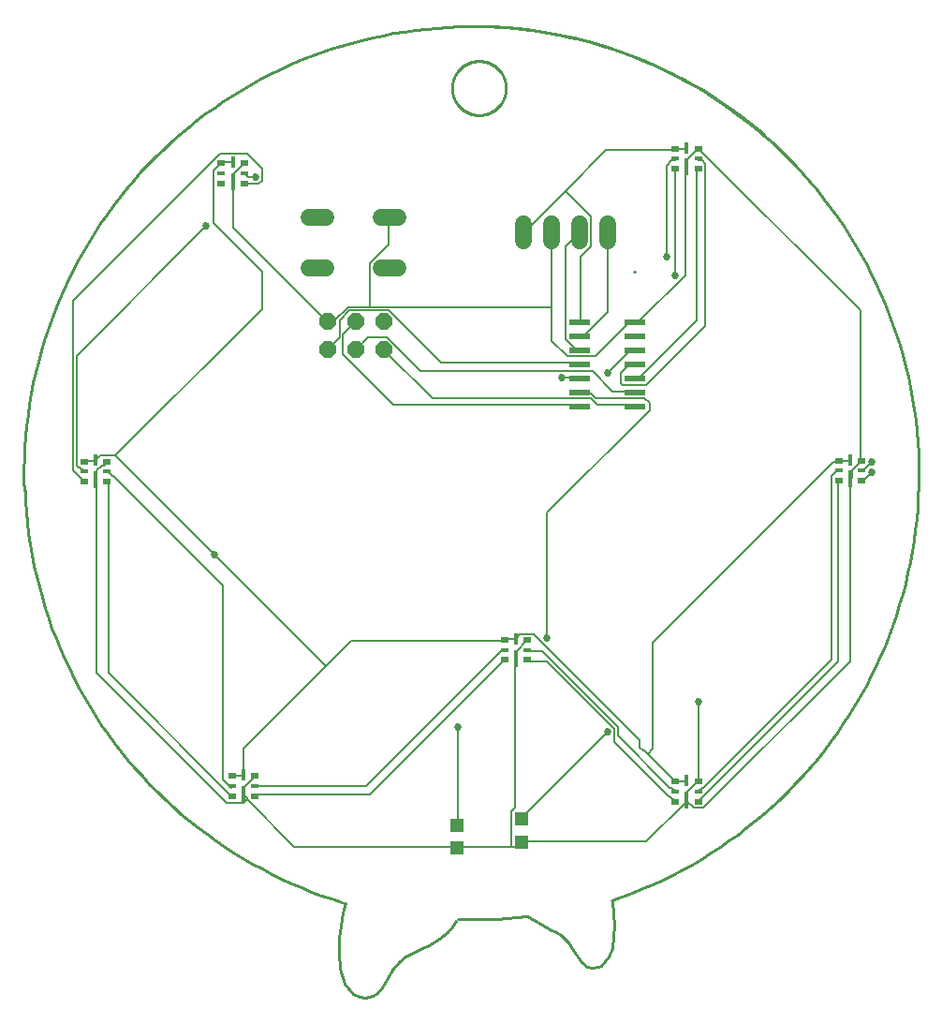
<source format=gtl>
G75*
%MOIN*%
%OFA0B0*%
%FSLAX25Y25*%
%IPPOS*%
%LPD*%
%AMOC8*
5,1,8,0,0,1.08239X$1,22.5*
%
%ADD10C,0.01000*%
%ADD11R,0.07800X0.02200*%
%ADD12R,0.03150X0.01969*%
%ADD13R,0.03150X0.01181*%
%ADD14R,0.01181X0.03937*%
%ADD15R,0.01181X0.05906*%
%ADD16R,0.04724X0.04724*%
%ADD17OC8,0.06000*%
%ADD18C,0.06000*%
%ADD19C,0.00600*%
%ADD20C,0.02700*%
D10*
X0128781Y0013704D02*
X0125829Y0017395D01*
X0124106Y0022562D01*
X0123614Y0028714D01*
X0123860Y0033635D01*
X0124352Y0038064D01*
X0125090Y0042739D01*
X0126075Y0046184D01*
X0125336Y0046184D01*
X0145268Y0025269D02*
X0147482Y0026991D01*
X0149943Y0028468D01*
X0153388Y0030190D01*
X0155848Y0031174D01*
X0159293Y0033389D01*
X0162246Y0035604D01*
X0164214Y0037818D01*
X0165445Y0039787D01*
X0145268Y0025269D02*
X0142807Y0022316D01*
X0141085Y0019363D01*
X0139116Y0015919D01*
X0137394Y0014196D01*
X0135671Y0012966D01*
X0133210Y0012228D01*
X0130996Y0012720D01*
X0128781Y0013704D01*
X0190789Y0041263D02*
X0193004Y0040033D01*
X0195957Y0038310D01*
X0198663Y0036834D01*
X0201124Y0035604D01*
X0202846Y0034619D01*
X0205553Y0031913D01*
X0207029Y0029452D01*
X0209982Y0025023D01*
X0211951Y0023546D01*
X0213673Y0023054D01*
X0216134Y0023546D01*
X0217118Y0023793D01*
X0219579Y0026991D01*
X0221055Y0030190D01*
X0221547Y0034373D01*
X0221793Y0038064D01*
X0221547Y0042247D01*
X0221055Y0047169D01*
X0274943Y0319560D02*
X0272010Y0322021D01*
X0269019Y0324411D01*
X0265972Y0326729D01*
X0262869Y0328973D01*
X0259715Y0331142D01*
X0256509Y0333235D01*
X0253253Y0335251D01*
X0249951Y0337188D01*
X0246603Y0339045D01*
X0243211Y0340822D01*
X0239778Y0342517D01*
X0236306Y0344129D01*
X0232795Y0345657D01*
X0229250Y0347102D01*
X0225670Y0348460D01*
X0222059Y0349733D01*
X0218419Y0350919D01*
X0214751Y0352017D01*
X0211058Y0353027D01*
X0207342Y0353949D01*
X0203605Y0354781D01*
X0199849Y0355523D01*
X0196076Y0356176D01*
X0192289Y0356737D01*
X0188489Y0357208D01*
X0184679Y0357588D01*
X0180862Y0357877D01*
X0177038Y0358073D01*
X0173211Y0358179D01*
X0169382Y0358192D01*
X0163956Y0336046D02*
X0163959Y0336282D01*
X0163968Y0336517D01*
X0163982Y0336753D01*
X0164002Y0336988D01*
X0164028Y0337222D01*
X0164060Y0337456D01*
X0164097Y0337689D01*
X0164141Y0337921D01*
X0164189Y0338151D01*
X0164244Y0338381D01*
X0164304Y0338609D01*
X0164370Y0338835D01*
X0164441Y0339060D01*
X0164518Y0339283D01*
X0164600Y0339504D01*
X0164687Y0339723D01*
X0164780Y0339940D01*
X0164879Y0340154D01*
X0164982Y0340366D01*
X0165091Y0340576D01*
X0165204Y0340782D01*
X0165323Y0340986D01*
X0165447Y0341187D01*
X0165575Y0341384D01*
X0165709Y0341579D01*
X0165847Y0341770D01*
X0165990Y0341958D01*
X0166137Y0342142D01*
X0166289Y0342322D01*
X0166445Y0342499D01*
X0166606Y0342672D01*
X0166770Y0342841D01*
X0166939Y0343005D01*
X0167112Y0343166D01*
X0167289Y0343322D01*
X0167469Y0343474D01*
X0167653Y0343621D01*
X0167841Y0343764D01*
X0168032Y0343902D01*
X0168227Y0344036D01*
X0168424Y0344164D01*
X0168625Y0344288D01*
X0168829Y0344407D01*
X0169035Y0344520D01*
X0169245Y0344629D01*
X0169457Y0344732D01*
X0169671Y0344831D01*
X0169888Y0344924D01*
X0170107Y0345011D01*
X0170328Y0345093D01*
X0170551Y0345170D01*
X0170776Y0345241D01*
X0171002Y0345307D01*
X0171230Y0345367D01*
X0171460Y0345422D01*
X0171690Y0345470D01*
X0171922Y0345514D01*
X0172155Y0345551D01*
X0172389Y0345583D01*
X0172623Y0345609D01*
X0172858Y0345629D01*
X0173094Y0345643D01*
X0173329Y0345652D01*
X0173565Y0345655D01*
X0173801Y0345652D01*
X0174036Y0345643D01*
X0174272Y0345629D01*
X0174507Y0345609D01*
X0174741Y0345583D01*
X0174975Y0345551D01*
X0175208Y0345514D01*
X0175440Y0345470D01*
X0175670Y0345422D01*
X0175900Y0345367D01*
X0176128Y0345307D01*
X0176354Y0345241D01*
X0176579Y0345170D01*
X0176802Y0345093D01*
X0177023Y0345011D01*
X0177242Y0344924D01*
X0177459Y0344831D01*
X0177673Y0344732D01*
X0177885Y0344629D01*
X0178095Y0344520D01*
X0178301Y0344407D01*
X0178505Y0344288D01*
X0178706Y0344164D01*
X0178903Y0344036D01*
X0179098Y0343902D01*
X0179289Y0343764D01*
X0179477Y0343621D01*
X0179661Y0343474D01*
X0179841Y0343322D01*
X0180018Y0343166D01*
X0180191Y0343005D01*
X0180360Y0342841D01*
X0180524Y0342672D01*
X0180685Y0342499D01*
X0180841Y0342322D01*
X0180993Y0342142D01*
X0181140Y0341958D01*
X0181283Y0341770D01*
X0181421Y0341579D01*
X0181555Y0341384D01*
X0181683Y0341187D01*
X0181807Y0340986D01*
X0181926Y0340782D01*
X0182039Y0340576D01*
X0182148Y0340366D01*
X0182251Y0340154D01*
X0182350Y0339940D01*
X0182443Y0339723D01*
X0182530Y0339504D01*
X0182612Y0339283D01*
X0182689Y0339060D01*
X0182760Y0338835D01*
X0182826Y0338609D01*
X0182886Y0338381D01*
X0182941Y0338151D01*
X0182989Y0337921D01*
X0183033Y0337689D01*
X0183070Y0337456D01*
X0183102Y0337222D01*
X0183128Y0336988D01*
X0183148Y0336753D01*
X0183162Y0336517D01*
X0183171Y0336282D01*
X0183174Y0336046D01*
X0183171Y0335810D01*
X0183162Y0335575D01*
X0183148Y0335339D01*
X0183128Y0335104D01*
X0183102Y0334870D01*
X0183070Y0334636D01*
X0183033Y0334403D01*
X0182989Y0334171D01*
X0182941Y0333941D01*
X0182886Y0333711D01*
X0182826Y0333483D01*
X0182760Y0333257D01*
X0182689Y0333032D01*
X0182612Y0332809D01*
X0182530Y0332588D01*
X0182443Y0332369D01*
X0182350Y0332152D01*
X0182251Y0331938D01*
X0182148Y0331726D01*
X0182039Y0331516D01*
X0181926Y0331310D01*
X0181807Y0331106D01*
X0181683Y0330905D01*
X0181555Y0330708D01*
X0181421Y0330513D01*
X0181283Y0330322D01*
X0181140Y0330134D01*
X0180993Y0329950D01*
X0180841Y0329770D01*
X0180685Y0329593D01*
X0180524Y0329420D01*
X0180360Y0329251D01*
X0180191Y0329087D01*
X0180018Y0328926D01*
X0179841Y0328770D01*
X0179661Y0328618D01*
X0179477Y0328471D01*
X0179289Y0328328D01*
X0179098Y0328190D01*
X0178903Y0328056D01*
X0178706Y0327928D01*
X0178505Y0327804D01*
X0178301Y0327685D01*
X0178095Y0327572D01*
X0177885Y0327463D01*
X0177673Y0327360D01*
X0177459Y0327261D01*
X0177242Y0327168D01*
X0177023Y0327081D01*
X0176802Y0326999D01*
X0176579Y0326922D01*
X0176354Y0326851D01*
X0176128Y0326785D01*
X0175900Y0326725D01*
X0175670Y0326670D01*
X0175440Y0326622D01*
X0175208Y0326578D01*
X0174975Y0326541D01*
X0174741Y0326509D01*
X0174507Y0326483D01*
X0174272Y0326463D01*
X0174036Y0326449D01*
X0173801Y0326440D01*
X0173565Y0326437D01*
X0173329Y0326440D01*
X0173094Y0326449D01*
X0172858Y0326463D01*
X0172623Y0326483D01*
X0172389Y0326509D01*
X0172155Y0326541D01*
X0171922Y0326578D01*
X0171690Y0326622D01*
X0171460Y0326670D01*
X0171230Y0326725D01*
X0171002Y0326785D01*
X0170776Y0326851D01*
X0170551Y0326922D01*
X0170328Y0326999D01*
X0170107Y0327081D01*
X0169888Y0327168D01*
X0169671Y0327261D01*
X0169457Y0327360D01*
X0169245Y0327463D01*
X0169035Y0327572D01*
X0168829Y0327685D01*
X0168625Y0327804D01*
X0168424Y0327928D01*
X0168227Y0328056D01*
X0168032Y0328190D01*
X0167841Y0328328D01*
X0167653Y0328471D01*
X0167469Y0328618D01*
X0167289Y0328770D01*
X0167112Y0328926D01*
X0166939Y0329087D01*
X0166770Y0329251D01*
X0166606Y0329420D01*
X0166445Y0329593D01*
X0166289Y0329770D01*
X0166137Y0329950D01*
X0165990Y0330134D01*
X0165847Y0330322D01*
X0165709Y0330513D01*
X0165575Y0330708D01*
X0165447Y0330905D01*
X0165323Y0331106D01*
X0165204Y0331310D01*
X0165091Y0331516D01*
X0164982Y0331726D01*
X0164879Y0331938D01*
X0164780Y0332152D01*
X0164687Y0332369D01*
X0164600Y0332588D01*
X0164518Y0332809D01*
X0164441Y0333032D01*
X0164370Y0333257D01*
X0164304Y0333483D01*
X0164244Y0333711D01*
X0164189Y0333941D01*
X0164141Y0334171D01*
X0164097Y0334403D01*
X0164060Y0334636D01*
X0164028Y0334870D01*
X0164002Y0335104D01*
X0163982Y0335339D01*
X0163968Y0335575D01*
X0163959Y0335810D01*
X0163956Y0336046D01*
X0229027Y0270741D02*
X0228870Y0270584D01*
X0190543Y0041510D02*
X0187044Y0041101D01*
X0183537Y0040769D01*
X0180023Y0040515D01*
X0176504Y0040339D01*
X0172983Y0040241D01*
X0169460Y0040221D01*
X0165937Y0040280D01*
X0220809Y0047169D02*
X0224504Y0048447D01*
X0228165Y0049814D01*
X0231792Y0051272D01*
X0235383Y0052817D01*
X0238934Y0054451D01*
X0242445Y0056170D01*
X0245912Y0057975D01*
X0249334Y0059865D01*
X0252708Y0061837D01*
X0256034Y0063892D01*
X0259308Y0066028D01*
X0262528Y0068243D01*
X0265694Y0070536D01*
X0268802Y0072907D01*
X0271852Y0075352D01*
X0274840Y0077872D01*
X0277766Y0080464D01*
X0280628Y0083127D01*
X0283423Y0085859D01*
X0286151Y0088659D01*
X0288809Y0091525D01*
X0291397Y0094455D01*
X0293912Y0097447D01*
X0296352Y0100501D01*
X0298718Y0103613D01*
X0301006Y0106782D01*
X0303216Y0110006D01*
X0305346Y0113283D01*
X0307396Y0116612D01*
X0309363Y0119990D01*
X0311247Y0123415D01*
X0313047Y0126885D01*
X0314761Y0130398D01*
X0316388Y0133952D01*
X0317928Y0137545D01*
X0319379Y0141174D01*
X0320742Y0144838D01*
X0322014Y0148534D01*
X0323195Y0152261D01*
X0324284Y0156015D01*
X0325281Y0159794D01*
X0326185Y0163597D01*
X0326996Y0167421D01*
X0327713Y0171264D01*
X0328336Y0175123D01*
X0328864Y0178996D01*
X0329297Y0182881D01*
X0329634Y0186775D01*
X0329877Y0190677D01*
X0330023Y0194583D01*
X0330074Y0198491D01*
X0330029Y0202400D01*
X0329888Y0206306D01*
X0329652Y0210208D01*
X0329320Y0214103D01*
X0328893Y0217989D01*
X0328371Y0221863D01*
X0327754Y0225723D01*
X0327043Y0229566D01*
X0326238Y0233391D01*
X0325339Y0237196D01*
X0324348Y0240977D01*
X0323264Y0244732D01*
X0322088Y0248460D01*
X0320822Y0252158D01*
X0319465Y0255824D01*
X0318019Y0259456D01*
X0316485Y0263051D01*
X0314863Y0266608D01*
X0313154Y0270123D01*
X0311360Y0273596D01*
X0309481Y0277024D01*
X0307518Y0280405D01*
X0305474Y0283736D01*
X0303349Y0287017D01*
X0301143Y0290244D01*
X0298860Y0293417D01*
X0296499Y0296533D01*
X0294063Y0299590D01*
X0291553Y0302586D01*
X0288970Y0305520D01*
X0286316Y0308390D01*
X0283592Y0311194D01*
X0280801Y0313930D01*
X0277943Y0316597D01*
X0275021Y0319194D01*
X0272036Y0321718D01*
X0268991Y0324168D01*
X0265886Y0326543D01*
X0262724Y0328841D01*
X0259506Y0331061D01*
X0256236Y0333201D01*
X0252913Y0335261D01*
X0249542Y0337239D01*
X0246123Y0339134D01*
X0242658Y0340944D01*
X0239150Y0342669D01*
X0235601Y0344307D01*
X0232013Y0345858D01*
X0228388Y0347321D01*
X0224729Y0348694D01*
X0221036Y0349978D01*
X0217314Y0351170D01*
X0213563Y0352271D01*
X0209787Y0353280D01*
X0205987Y0354196D01*
X0202165Y0355019D01*
X0198325Y0355748D01*
X0194468Y0356383D01*
X0190596Y0356922D01*
X0186713Y0357367D01*
X0182819Y0357717D01*
X0178919Y0357971D01*
X0175013Y0358130D01*
X0171105Y0358193D01*
X0170120Y0357947D02*
X0166250Y0357890D01*
X0162382Y0357740D01*
X0158519Y0357496D01*
X0154663Y0357157D01*
X0150817Y0356725D01*
X0146982Y0356199D01*
X0143161Y0355580D01*
X0139356Y0354868D01*
X0135570Y0354064D01*
X0131805Y0353167D01*
X0128062Y0352180D01*
X0124345Y0351101D01*
X0120655Y0349933D01*
X0116994Y0348674D01*
X0113366Y0347327D01*
X0109771Y0345892D01*
X0106212Y0344370D01*
X0102691Y0342762D01*
X0099211Y0341069D01*
X0095772Y0339291D01*
X0092378Y0337430D01*
X0089031Y0335487D01*
X0085731Y0333463D01*
X0082482Y0331359D01*
X0079285Y0329177D01*
X0076143Y0326918D01*
X0073056Y0324583D01*
X0070027Y0322173D01*
X0067057Y0319690D01*
X0064149Y0317136D01*
X0061304Y0314512D01*
X0058523Y0311819D01*
X0055809Y0309059D01*
X0053163Y0306234D01*
X0050587Y0303346D01*
X0048081Y0300395D01*
X0045649Y0297384D01*
X0043290Y0294316D01*
X0041007Y0291190D01*
X0038800Y0288010D01*
X0036672Y0284777D01*
X0034623Y0281493D01*
X0032654Y0278161D01*
X0030767Y0274781D01*
X0028963Y0271356D01*
X0027243Y0267889D01*
X0025608Y0264380D01*
X0024059Y0260833D01*
X0022597Y0257250D01*
X0021222Y0253631D01*
X0019936Y0249980D01*
X0018739Y0246300D01*
X0017632Y0242591D01*
X0016616Y0238856D01*
X0015691Y0235097D01*
X0014858Y0231317D01*
X0014117Y0227518D01*
X0013468Y0223702D01*
X0012913Y0219871D01*
X0012452Y0216028D01*
X0012084Y0212175D01*
X0011810Y0208314D01*
X0011630Y0204448D01*
X0011544Y0200578D01*
X0011552Y0196708D01*
X0011655Y0192838D01*
X0011901Y0193083D02*
X0012085Y0189214D01*
X0012364Y0185351D01*
X0012736Y0181495D01*
X0013202Y0177650D01*
X0013761Y0173817D01*
X0014414Y0169999D01*
X0015159Y0166197D01*
X0015997Y0162416D01*
X0016926Y0158655D01*
X0017947Y0154919D01*
X0019058Y0151208D01*
X0020260Y0147525D01*
X0021550Y0143873D01*
X0022930Y0140253D01*
X0024397Y0136668D01*
X0025951Y0133120D01*
X0027590Y0129611D01*
X0029315Y0126143D01*
X0031124Y0122717D01*
X0033015Y0119337D01*
X0034989Y0116004D01*
X0037043Y0112719D01*
X0039176Y0109486D01*
X0041387Y0106306D01*
X0043675Y0103180D01*
X0046039Y0100111D01*
X0048476Y0097101D01*
X0050986Y0094151D01*
X0053567Y0091262D01*
X0056218Y0088438D01*
X0058937Y0085679D01*
X0061722Y0082987D01*
X0064572Y0080363D01*
X0067484Y0077810D01*
X0070459Y0075328D01*
X0073492Y0072919D01*
X0076584Y0070585D01*
X0079731Y0068327D01*
X0082932Y0066147D01*
X0086186Y0064044D01*
X0089490Y0062022D01*
X0092842Y0060081D01*
X0096240Y0058222D01*
X0099682Y0056446D01*
X0103167Y0054754D01*
X0106692Y0053148D01*
X0110255Y0051629D01*
X0113854Y0050196D01*
X0117486Y0048851D01*
X0121151Y0047596D01*
X0124845Y0046429D01*
D11*
X0209514Y0222867D03*
X0209514Y0227867D03*
X0209514Y0232867D03*
X0209514Y0237867D03*
X0209514Y0242867D03*
X0209514Y0247867D03*
X0209514Y0252867D03*
X0228914Y0252867D03*
X0228914Y0247867D03*
X0228914Y0242867D03*
X0228914Y0237867D03*
X0228914Y0232867D03*
X0228914Y0227867D03*
X0228914Y0222867D03*
D12*
X0301606Y0203458D03*
X0301606Y0196371D03*
X0309874Y0196371D03*
X0309874Y0203458D03*
X0251557Y0307346D03*
X0251557Y0314432D03*
X0243289Y0314432D03*
X0243289Y0307346D03*
X0190858Y0139669D03*
X0190858Y0132582D03*
X0182590Y0132582D03*
X0182590Y0139669D03*
X0243289Y0089285D03*
X0243289Y0082198D03*
X0251557Y0082198D03*
X0251557Y0089285D03*
X0093831Y0091253D03*
X0093831Y0084167D03*
X0085563Y0084167D03*
X0085563Y0091253D03*
X0041173Y0196125D03*
X0041173Y0203212D03*
X0032905Y0203212D03*
X0032905Y0196125D03*
X0081872Y0302178D03*
X0081872Y0309265D03*
X0090140Y0309265D03*
X0090140Y0302178D03*
D13*
X0090140Y0305722D03*
X0081872Y0305722D03*
X0041173Y0199669D03*
X0032905Y0199669D03*
X0085563Y0087710D03*
X0093831Y0087710D03*
X0182590Y0136125D03*
X0190858Y0136125D03*
X0243289Y0085741D03*
X0251557Y0085741D03*
X0301606Y0199915D03*
X0309874Y0199915D03*
X0251557Y0310889D03*
X0243289Y0310889D03*
D14*
X0247423Y0314826D03*
X0305740Y0203852D03*
X0247423Y0089678D03*
X0186724Y0140062D03*
X0089697Y0091647D03*
X0037039Y0203606D03*
X0086006Y0309659D03*
D15*
X0086006Y0302769D03*
X0037039Y0196716D03*
X0089697Y0084757D03*
X0186724Y0133172D03*
X0247423Y0082789D03*
X0305740Y0196962D03*
X0247423Y0307936D03*
D16*
X0188614Y0076096D03*
X0188614Y0067828D03*
X0165730Y0065613D03*
X0165730Y0073881D03*
D17*
X0139559Y0242897D03*
X0139559Y0252897D03*
X0129559Y0252897D03*
X0129559Y0242897D03*
X0119559Y0242897D03*
X0119559Y0252897D03*
D18*
X0119129Y0272127D02*
X0113129Y0272127D01*
X0113129Y0289927D02*
X0119129Y0289927D01*
X0138729Y0289927D02*
X0144729Y0289927D01*
X0144729Y0272127D02*
X0138729Y0272127D01*
X0189362Y0281806D02*
X0189362Y0287806D01*
X0199362Y0287806D02*
X0199362Y0281806D01*
X0209362Y0281806D02*
X0209362Y0287806D01*
X0219362Y0287806D02*
X0219362Y0281806D01*
D19*
X0082489Y0090123D02*
X0085489Y0087123D01*
X0085563Y0087710D01*
X0085563Y0091253D02*
X0086089Y0091323D01*
X0089689Y0091323D01*
X0089697Y0091647D01*
X0089689Y0091923D01*
X0089689Y0100923D01*
X0119089Y0130323D01*
X0079489Y0169923D01*
X0044089Y0205323D01*
X0096289Y0257523D01*
X0096289Y0270723D01*
X0078889Y0288123D01*
X0078889Y0306723D01*
X0081289Y0309123D01*
X0081872Y0309265D01*
X0081889Y0309723D01*
X0085489Y0309723D01*
X0086006Y0309659D01*
X0089689Y0309123D02*
X0086089Y0305523D01*
X0086089Y0303123D01*
X0086006Y0302769D01*
X0086089Y0302523D01*
X0086089Y0286323D01*
X0119089Y0253323D01*
X0119559Y0252897D01*
X0119689Y0253323D01*
X0122089Y0253323D01*
X0126889Y0258123D01*
X0134689Y0258123D01*
X0134689Y0273723D01*
X0141289Y0280323D01*
X0141289Y0289923D01*
X0141729Y0289927D01*
X0134689Y0258123D02*
X0199489Y0258123D01*
X0199489Y0284523D01*
X0199362Y0284806D01*
X0204289Y0279723D02*
X0209089Y0284523D01*
X0209362Y0284806D01*
X0213289Y0279723D02*
X0213289Y0290523D01*
X0204289Y0299523D01*
X0218689Y0313923D01*
X0243289Y0313923D01*
X0243289Y0314432D01*
X0243289Y0314523D01*
X0246889Y0314523D01*
X0247423Y0314826D01*
X0251089Y0313923D02*
X0247489Y0310323D01*
X0247489Y0308523D01*
X0247423Y0307936D01*
X0246889Y0307923D01*
X0246889Y0269523D01*
X0230689Y0253323D01*
X0229489Y0253323D01*
X0228914Y0252867D01*
X0228889Y0252723D01*
X0227089Y0252723D01*
X0215089Y0240723D01*
X0204889Y0240723D01*
X0199489Y0246123D01*
X0199489Y0258123D01*
X0209689Y0253323D02*
X0209514Y0252867D01*
X0209689Y0253323D02*
X0209689Y0276123D01*
X0213289Y0279723D01*
X0219289Y0284523D02*
X0219362Y0284806D01*
X0219289Y0284523D02*
X0219289Y0256323D01*
X0210889Y0247923D01*
X0209689Y0247923D01*
X0209514Y0247867D01*
X0209089Y0243123D02*
X0207889Y0243123D01*
X0204289Y0246723D01*
X0204289Y0279723D01*
X0189889Y0285123D02*
X0189362Y0284806D01*
X0189889Y0285123D02*
X0204289Y0299523D01*
X0240289Y0308523D02*
X0240289Y0276123D01*
X0243289Y0269523D02*
X0243289Y0307346D01*
X0243289Y0310323D02*
X0243289Y0310889D01*
X0243289Y0310323D02*
X0242089Y0310323D01*
X0240289Y0308523D01*
X0251089Y0307323D02*
X0251557Y0307346D01*
X0251089Y0307323D02*
X0251089Y0253323D01*
X0230689Y0232923D01*
X0229489Y0232923D01*
X0228914Y0232867D01*
X0228889Y0228123D02*
X0228914Y0227867D01*
X0228889Y0228123D02*
X0221089Y0228123D01*
X0213889Y0235323D01*
X0152689Y0235323D01*
X0140689Y0247323D01*
X0134089Y0247323D01*
X0129889Y0243123D01*
X0129559Y0242897D01*
X0125089Y0241323D02*
X0125089Y0248523D01*
X0129289Y0252723D01*
X0129559Y0252897D01*
X0127489Y0256923D02*
X0123889Y0253323D01*
X0123889Y0247323D01*
X0119689Y0243123D01*
X0119559Y0242897D01*
X0125089Y0241323D02*
X0143089Y0223323D01*
X0209089Y0223323D01*
X0209514Y0222867D01*
X0213289Y0225723D02*
X0156889Y0225723D01*
X0140089Y0242523D01*
X0139559Y0242897D01*
X0141289Y0256923D02*
X0127489Y0256923D01*
X0141289Y0256923D02*
X0159889Y0238323D01*
X0209089Y0238323D01*
X0209514Y0237867D01*
X0209089Y0232923D02*
X0209514Y0232867D01*
X0209089Y0232923D02*
X0203089Y0232923D01*
X0209514Y0227867D02*
X0209689Y0227523D01*
X0213289Y0227523D01*
X0215089Y0225723D01*
X0232489Y0225723D01*
X0234289Y0223923D01*
X0234289Y0221523D01*
X0197689Y0184923D01*
X0197689Y0140523D01*
X0192889Y0141723D02*
X0188089Y0141723D01*
X0186889Y0140523D01*
X0186724Y0140062D01*
X0186289Y0139923D01*
X0182689Y0139923D01*
X0182590Y0139669D01*
X0182089Y0139323D01*
X0128089Y0139323D01*
X0119089Y0130323D01*
X0093831Y0091253D02*
X0093289Y0090723D01*
X0089689Y0087123D01*
X0089689Y0085323D01*
X0089697Y0084757D01*
X0089689Y0084723D01*
X0090889Y0083523D01*
X0090889Y0082923D01*
X0089689Y0081723D01*
X0083689Y0081723D01*
X0037489Y0127923D01*
X0037489Y0196323D01*
X0037039Y0196716D01*
X0037489Y0196923D01*
X0037489Y0199923D01*
X0039289Y0201723D01*
X0039889Y0201723D01*
X0041089Y0202923D01*
X0041173Y0203212D01*
X0038689Y0205323D02*
X0044089Y0205323D01*
X0038689Y0205323D02*
X0037489Y0204123D01*
X0037039Y0203606D01*
X0036889Y0203523D01*
X0033289Y0203523D01*
X0032905Y0203212D01*
X0031489Y0201123D02*
X0030889Y0201123D01*
X0030289Y0201723D01*
X0030289Y0240723D01*
X0076489Y0286923D01*
X0090289Y0301923D02*
X0090140Y0302178D01*
X0090289Y0301923D02*
X0095089Y0301923D01*
X0096289Y0303123D01*
X0096289Y0307323D01*
X0090889Y0312723D01*
X0081289Y0312723D01*
X0029089Y0260523D01*
X0029089Y0199923D01*
X0032689Y0196323D01*
X0032905Y0196125D01*
X0032905Y0199669D02*
X0032689Y0199923D01*
X0031489Y0201123D01*
X0041173Y0199669D02*
X0041689Y0199323D01*
X0042889Y0198123D01*
X0043489Y0198123D01*
X0082489Y0159123D01*
X0082489Y0090123D01*
X0085563Y0084167D02*
X0085489Y0084123D01*
X0041689Y0127923D01*
X0041689Y0195723D01*
X0041173Y0196125D01*
X0091489Y0304323D02*
X0090289Y0305523D01*
X0090140Y0305722D01*
X0091489Y0304323D02*
X0093889Y0304323D01*
X0090140Y0309265D02*
X0089689Y0309123D01*
X0209089Y0243123D02*
X0209514Y0242867D01*
X0219289Y0234723D02*
X0227089Y0242523D01*
X0228889Y0242523D01*
X0228914Y0242867D01*
X0228914Y0237867D02*
X0228889Y0237723D01*
X0227089Y0237723D01*
X0224089Y0234723D01*
X0224089Y0231123D01*
X0224689Y0230523D01*
X0233089Y0230523D01*
X0254089Y0251523D01*
X0254089Y0309123D01*
X0252889Y0310323D01*
X0251689Y0310323D01*
X0251557Y0310889D01*
X0251089Y0313923D02*
X0251557Y0314432D01*
X0251689Y0314523D01*
X0309289Y0256923D01*
X0309289Y0203523D01*
X0309874Y0203458D01*
X0309289Y0202923D01*
X0306289Y0199923D01*
X0306289Y0197523D01*
X0305740Y0196962D01*
X0305689Y0196923D01*
X0305689Y0132123D01*
X0253489Y0079923D01*
X0249889Y0079923D01*
X0247489Y0082323D01*
X0247423Y0082789D01*
X0246889Y0082323D01*
X0246889Y0081723D01*
X0233089Y0067923D01*
X0188689Y0067923D01*
X0188614Y0067828D01*
X0188089Y0067323D01*
X0186889Y0066123D01*
X0185089Y0066123D01*
X0185089Y0078723D01*
X0186289Y0079923D01*
X0186289Y0132723D01*
X0186724Y0133172D01*
X0186889Y0133323D01*
X0186889Y0135723D01*
X0190489Y0139323D01*
X0190858Y0139669D01*
X0192889Y0141723D02*
X0230689Y0103923D01*
X0230689Y0101523D01*
X0231889Y0100323D01*
X0232489Y0100323D01*
X0233689Y0099123D01*
X0235489Y0100923D01*
X0235489Y0138723D01*
X0299689Y0202923D01*
X0301489Y0202923D01*
X0301606Y0203458D01*
X0302089Y0203523D01*
X0305689Y0203523D01*
X0305740Y0203852D01*
X0309874Y0199915D02*
X0309889Y0199923D01*
X0310489Y0199923D01*
X0313489Y0202923D01*
X0313489Y0199323D02*
X0311089Y0196923D01*
X0309889Y0196923D01*
X0309874Y0196371D01*
X0301606Y0196371D02*
X0301489Y0196323D01*
X0301489Y0132123D01*
X0251689Y0082323D01*
X0251557Y0082198D01*
X0251557Y0085741D02*
X0251689Y0085923D01*
X0252889Y0087123D01*
X0253489Y0087123D01*
X0299089Y0132723D01*
X0299089Y0198123D01*
X0300889Y0199923D01*
X0301489Y0199923D01*
X0301606Y0199915D01*
X0228914Y0222867D02*
X0228889Y0223323D01*
X0215689Y0223323D01*
X0213289Y0225723D01*
X0195889Y0135723D02*
X0191089Y0135723D01*
X0190858Y0136125D01*
X0190858Y0132582D02*
X0191089Y0132123D01*
X0197689Y0132123D01*
X0221689Y0108123D01*
X0221689Y0103323D01*
X0240889Y0084123D01*
X0241489Y0084123D01*
X0243289Y0082323D01*
X0243289Y0082198D01*
X0243289Y0085741D02*
X0243289Y0085923D01*
X0242089Y0087123D01*
X0241489Y0087123D01*
X0222889Y0105723D01*
X0222889Y0108723D01*
X0195889Y0135723D01*
X0182590Y0136125D02*
X0182089Y0136323D01*
X0133489Y0087723D01*
X0093889Y0087723D01*
X0093831Y0087710D01*
X0093889Y0084723D02*
X0093831Y0084167D01*
X0093889Y0084723D02*
X0134689Y0084723D01*
X0182089Y0132123D01*
X0182590Y0132582D01*
X0165889Y0108723D02*
X0165889Y0073923D01*
X0165730Y0073881D01*
X0165889Y0066123D02*
X0165730Y0065613D01*
X0165289Y0066123D01*
X0107689Y0066123D01*
X0090889Y0082923D01*
X0165889Y0066123D02*
X0185089Y0066123D01*
X0188614Y0076096D02*
X0188689Y0076323D01*
X0219289Y0106923D01*
X0233689Y0099123D02*
X0243289Y0089523D01*
X0243289Y0089285D01*
X0243289Y0089523D02*
X0246889Y0089523D01*
X0247423Y0089678D01*
X0251089Y0088923D02*
X0251557Y0089285D01*
X0251689Y0089523D01*
X0251689Y0117723D01*
X0251089Y0088923D02*
X0247489Y0085323D01*
X0247489Y0082923D01*
X0247423Y0082789D01*
D20*
X0219289Y0106923D03*
X0251689Y0117723D03*
X0197689Y0140523D03*
X0165889Y0108723D03*
X0079489Y0169923D03*
X0076489Y0286923D03*
X0093889Y0304323D03*
X0203089Y0232923D03*
X0219289Y0234723D03*
X0243289Y0269523D03*
X0240289Y0276123D03*
X0313489Y0202923D03*
X0313489Y0199323D03*
M02*

</source>
